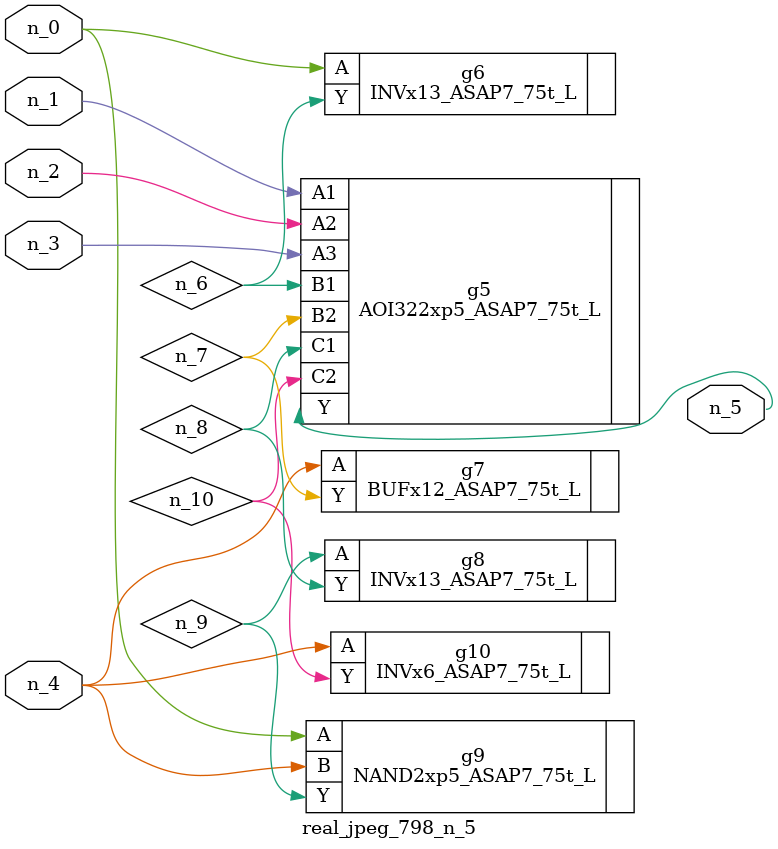
<source format=v>
module real_jpeg_798_n_5 (n_4, n_0, n_1, n_2, n_3, n_5);

input n_4;
input n_0;
input n_1;
input n_2;
input n_3;

output n_5;

wire n_8;
wire n_6;
wire n_7;
wire n_10;
wire n_9;

INVx13_ASAP7_75t_L g6 ( 
.A(n_0),
.Y(n_6)
);

NAND2xp5_ASAP7_75t_L g9 ( 
.A(n_0),
.B(n_4),
.Y(n_9)
);

AOI322xp5_ASAP7_75t_L g5 ( 
.A1(n_1),
.A2(n_2),
.A3(n_3),
.B1(n_6),
.B2(n_7),
.C1(n_8),
.C2(n_10),
.Y(n_5)
);

BUFx12_ASAP7_75t_L g7 ( 
.A(n_4),
.Y(n_7)
);

INVx6_ASAP7_75t_L g10 ( 
.A(n_4),
.Y(n_10)
);

INVx13_ASAP7_75t_L g8 ( 
.A(n_9),
.Y(n_8)
);


endmodule
</source>
